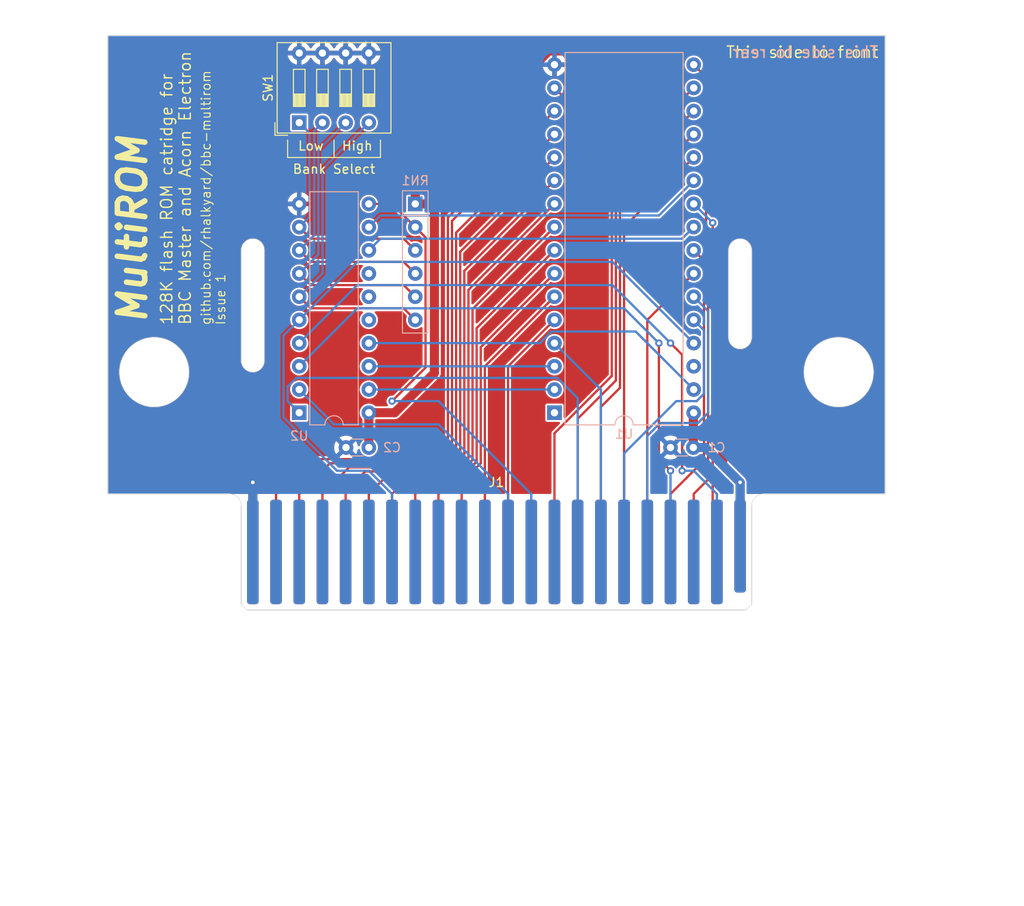
<source format=kicad_pcb>
(kicad_pcb (version 20221018) (generator pcbnew)
  (title_block (title "Cartridge for BBC Master & Acorn Electron") (date "2023-03-18") (rev "${VERSION}"))
  (layers (0 "F.Cu" signal) (31 "B.Cu" signal) (34 "B.Paste" user) (35 "F.Paste" user) (36 "B.SilkS" user "B.Silkscreen") (37 "F.SilkS" user "F.Silkscreen") (38 "B.Mask" user) (39 "F.Mask" user) (44 "Edge.Cuts" user))
  (property "PCBFab_placeholder" "")
  (property "VERSION" "")
  (net 0 "")
  (net 1 "GND")
  (net 2 "VCC")
  (net 3 "/A10")
  (net 4 "/D3")
  (net 5 "/A11")
  (net 6 "/A9")
  (net 7 "/D7")
  (net 8 "/D6")
  (net 9 "/D5")
  (net 10 "/D4")
  (net 11 "/LightPen")
  (net 12 "/BA7")
  (net 13 "/BA6")
  (net 14 "/BA5")
  (net 15 "/BA4")
  (net 16 "/BA3")
  (net 17 "/BA2")
  (net 18 "/BA1")
  (net 19 "/BA0")
  (net 20 "/D0")
  (net 21 "/D2")
  (net 22 "/D1")
  (net 23 "/~{ROMOE}")
  (net 24 "/~{RST}")
  (net 25 "/R~{W}_{E}_CS_{M}")
  (net 26 "/A8")
  (net 27 "/A13")
  (net 28 "/A12")
  (net 29 "/Phi_2")
  (net 30 "/-5V")
  (net 31 "/MADET")
  (net 32 "/R~{W}_{M}")
  (net 33 "/~{NMI}")
  (net 34 "/~{IRQ}")
  (net 35 "/~{inFC}")
  (net 36 "/~{inFD}")
  (net 37 "/ROMQA")
  (net 38 "/Clock")
  (net 39 "/~{CRTCRST}")
  (net 40 "/AudioOut")
  (net 41 "/AudioGnd")
  (net 42 "/AudioIn")
  (net 43 "/~{Hi_A16}")
  (net 44 "/~{Hi_A15}")
  (net 45 "/~{Lo_A16}")
  (net 46 "/~{Lo_A15}")
  (net 48 "/A16")
  (net 49 "/A15")
  (net 50 "/~{CS}")
  (net 51 "/~{OE}")
  (net 53 "/~{PGM}")
  (footprint "Button_Switch_THT:SW_DIP_SPSTx04_Slide_9.78x12.34mm_W7.62mm_P2.54mm" (layer "F.Cu") (at 46.99 35.56 90)
    (fp_text reference "SW1" (at 3.81 -3.42 90) (layer "F.SilkS"))
    (fp_text value "SW_DIP_x04")
    (fp_line (start -1.38 -2.66) (end -1.38 -1.277) (stroke (width 0.12)) (layer "F.SilkS"))
    (fp_line (start -1.38 -2.66) (end 0.004 -2.66) (stroke (width 0.12)) (layer "F.SilkS"))
    (fp_line (start -1.14 -2.42) (end -1.14 10.04) (stroke (width 0.12)) (layer "F.SilkS"))
    (fp_line (start -1.14 -2.42) (end 8.76 -2.42) (stroke (width 0.12)) (layer "F.SilkS"))
    (fp_line (start -1.14 10.04) (end 8.76 10.04) (stroke (width 0.12)) (layer "F.SilkS"))
    (fp_line (start 1.78 -0.635) (end 1.78 0.635) (stroke (width 0.12)) (layer "F.SilkS"))
    (fp_line (start 1.78 -0.515) (end 3.133333 -0.515) (stroke (width 0.12)) (layer "F.SilkS"))
    (fp_line (start 1.78 -0.395) (end 3.133333 -0.395) (stroke (width 0.12)) (layer "F.SilkS"))
    (fp_line (start 1.78 -0.275) (end 3.133333 -0.275) (stroke (width 0.12)) (layer "F.SilkS"))
    (fp_line (start 1.78 -0.155) (end 3.133333 -0.155) (stroke (width 0.12)) (layer "F.SilkS"))
    (fp_line (start 1.78 -0.035) (end 3.133333 -0.035) (stroke (width 0.12)) (layer "F.SilkS"))
    (fp_line (start 1.78 0.085) (end 3.133333 0.085) (stroke (width 0.12)) (layer "F.SilkS"))
    (fp_line (start 1.78 0.205) (end 3.133333 0.205) (stroke (width 0.12)) (layer "F.SilkS"))
    (fp_line (start 1.78 0.325) (end 3.133333 0.325) (stroke (width 0.12)) (layer "F.SilkS"))
    (fp_line (start 1.78 0.445) (end 3.133333 0.445) (stroke (width 0.12)) (layer "F.SilkS"))
    (fp_line (start 1.78 0.565) (end 3.133333 0.565) (stroke (width 0.12)) (layer "F.SilkS"))
    (fp_line (start 1.78 0.635) (end 5.84 0.635) (stroke (width 0.12)) (layer "F.SilkS"))
    (fp_line (start 1.78 1.905) (end 1.78 3.175) (stroke (width 0.12)) (layer "F.SilkS"))
    (fp_line (start 1.78 2.025) (end 3.133333 2.025) (stroke (width 0.12)) (layer "F.SilkS"))
    (fp_line (start 1.78 2.145) (end 3.133333 2.145) (stroke (width 0.12)) (layer "F.SilkS"))
    (fp_line (start 1.78 2.265) (end 3.133333 2.265) (stroke (width 0.12)) (layer "F.SilkS"))
    (fp_line (start 1.78 2.385) (end 3.133333 2.385) (stroke (width 0.12)) (layer "F.SilkS"))
    (fp_line (start 1.78 2.505) (end 3.133333 2.505) (stroke (width 0.12)) (layer "F.SilkS"))
    (fp_line (start 1.78 2.625) (end 3.133333 2.625) (stroke (width 0.12)) (layer "F.SilkS"))
    (fp_line (start 1.78 2.745) (end 3.133333 2.745) (stroke (width 0.12)) (layer "F.SilkS"))
    (fp_line (start 1.78 2.865) (end 3.133333 2.865) (stroke (width 0.12)) (layer "F.SilkS"))
    (fp_line (start 1.78 2.985) (end 3.133333 2.985) (stroke (width 0.12)) (layer "F.SilkS"))
    (fp_line (start 1.78 3.105) (end 3.133333 3.105) (stroke (width 0.12)) (layer "F.SilkS"))
    (fp_line (start 1.78 3.175) (end 5.84 3.175) (stroke (width 0.12)) (layer "F.SilkS"))
    (fp_line (start 1.78 4.445) (end 1.78 5.715) (stroke (width 0.12)) (layer "F.SilkS"))
    (fp_line (start 1.78 4.565) (end 3.133333 4.565) (stroke (width 0.12)) (layer "F.SilkS"))
    (fp_line (start 1.78 4.685) (end 3.133333 4.685) (stroke (width 0.12)) (layer "F.SilkS"))
    (fp_line (start 1.78 4.805) (end 3.133333 4.805) (stroke (width 0.12)) (layer "F.SilkS"))
    (fp_line (start 1.78 4.925) (end 3.133333 4.925) (stroke (width 0.12)) (layer "F.SilkS"))
    (fp_line (start 1.78 5.045) (end 3.133333 5.045) (stroke (width 0.12)) (layer "F.SilkS"))
    (fp_line (start 1.78 5.165) (end 3.133333 5.165) (stroke (width 0.12)) (layer "F.SilkS"))
    (fp_line (start 1.78 5.285) (end 3.133333 5.285) (stroke (width 0.12)) (layer "F.SilkS"))
    (fp_line (start 1.78 5.405) (end 3.133333 5.405) (stroke (width 0.12)) (layer "F.SilkS"))
    (fp_line (start 1.78 5.525) (end 3.133333 5.525) (stroke (width 0.12)) (layer "F.SilkS"))
    (fp_line (start 1.78 5.645) (end 3.133333 5.645) (stroke (width 0.12)) (layer "F.SilkS"))
    (fp_line (start 1.78 5.715) (end 5.84 5.715) (stroke (width 0.12)) (layer "F.SilkS"))
    (fp_line (start 1.78 6.985) (end 1.78 8.255) (stroke (width 0.12)) (layer "F.SilkS"))
    (fp_line (start 1.78 7.105) (end 3.133333 7.105) (stroke (width 0.12)) (layer "F.SilkS"))
    (fp_line (start 1.78 7.225) (end 3.133333 7.225) (stroke (width 0.12)) (layer "F.SilkS"))
    (fp_line (start 1.78 7.345) (end 3.133333 7.345) (stroke (width 0.12)) (layer "F.SilkS"))
    (fp_line (start 1.78 7.465) (end 3.133333 7.465) (stroke (width 0.12)) (layer "F.SilkS"))
    (fp_line (start 1.78 7.585) (end 3.133333 7.585) (stroke (width 0.12)) (layer "F.SilkS"))
    (fp_line (start 1.78 7.705) (end 3.133333 7.705) (stroke (width 0.12)) (layer "F.SilkS"))
    (fp_line (start 1.78 7.825) (end 3.133333 7.825) (stroke (width 0.12)) (layer "F.SilkS"))
    (fp_line (start 1.78 7.945) (end 3.133333 7.945) (stroke (width 0.12)) (layer "F.SilkS"))
    (fp_line (start 1.78 8.065) (end 3.133333 8.065) (stroke (width 0.12)) (layer "F.SilkS"))
    (fp_line (start 1.78 8.185) (end 3.133333 8.185) (stroke (width 0.12)) (layer "F.SilkS"))
    (fp_line (start 1.78 8.255) (end 5.84 8.255) (stroke (width 0.12)) (layer "F.SilkS"))
    (fp_line (start 3.133333 -0.635) (end 3.133333 0.635) (stroke (width 0.12)) (layer "F.SilkS"))
    (fp_line (start 3.133333 1.905) (end 3.133333 3.175) (stroke (width 0.12)) (layer "F.SilkS"))
    (fp_line (start 3.133333 4.445) (end 3.133333 5.715) (stroke (width 0.12)) (layer "F.SilkS"))
    (fp_line (start 3.133333 6.985) (end 3.133333 8.255) (stroke (width 0.12)) (layer "F.SilkS"))
    (fp_line (start 5.84 -0.635) (end 1.78 -0.635) (stroke (width 0.12)) (layer "F.SilkS"))
    (fp_line (start 5.84 0.635) (end 5.84 -0.635) (stroke (width 0.12)) (layer "F.SilkS"))
    (fp_line (start 5.84 1.905) (end 1.78 1.905) (stroke (width 0.12)) (layer "F.SilkS"))
    (fp_line (start 5.84 3.175) (end 5.84 1.905) (stroke (width 0.12)) (layer "F.SilkS"))
    (fp_line (start 5.84 4.445) (end 1.78 4.445) (stroke (width 0.12)) (layer "F.SilkS"))
    (fp_line (start 5.84 5.715) (end 5.84 4.445) (stroke (width 0.12)) (layer "F.SilkS"))
    (fp_line (start 5.84 6.985) (end 1.78 6.985) (stroke (width 0.12)) (layer "F.SilkS"))
    (fp_line (start 5.84 8.255) (end 5.84 6.985) (stroke (width 0.12)) (layer "F.SilkS"))
    (fp_line (start 8.76 -2.42) (end 8.76 10.04) (stroke (width 0.12)) (layer "F.SilkS"))
    (pad "1" thru_hole rect (at 0 0 90) (size 1.6 1.6) (drill 0.8) (layers "*.Cu" "*.Mask") (net 45 "/~{Lo_A16}"))
    (pad "2" thru_hole oval (at 0 2.54 90) (size 1.6 1.6) (drill 0.8) (layers "*.Cu" "*.Mask") (net 46 "/~{Lo_A15}"))
    (pad "3" thru_hole oval (at 0 5.08 90) (size 1.6 1.6) (drill 0.8) (layers "*.Cu" "*.Mask") (net 43 "/~{Hi_A16}"))
    (pad "4" thru_hole oval (at 0 7.62 90) (size 1.6 1.6) (drill 0.8) (layers "*.Cu" "*.Mask") (net 44 "/~{Hi_A15}"))
    (pad "5" thru_hole oval (at 7.62 7.62 90) (size 1.6 1.6) (drill 0.8) (layers "*.Cu" "*.Mask") (net 1 "GND"))
    (pad "6" thru_hole oval (at 7.62 5.08 90) (size 1.6 1.6) (drill 0.8) (layers "*.Cu" "*.Mask") (net 1 "GND"))
    (pad "7" thru_hole oval (at 7.62 2.54 90) (size 1.6 1.6) (drill 0.8) (layers "*.Cu" "*.Mask") (net 1 "GND"))
    (pad "8" thru_hole oval (at 7.62 0 90) (size 1.6 1.6) (drill 0.8) (layers "*.Cu" "*.Mask") (net 1 "GND"))
  )
  (footprint "BBC Master / Acorn Electron Cartridge:bbc-master-acorn-electron-cartridge" (layer "F.Cu") (at 68.58 76.5175)
    (fp_text reference "J1" (at 0 -1.5875) (layer "F.SilkS"))
    (fp_text value "Conn_02x22_Row_Letter_First")
    (pad "a1" connect roundrect (at 26.67 5.3975) (size 1.27 10.16) (layers "B.Cu" "B.Mask") (net 2 "VCC"))
    (pad "a2" connect roundrect (at 24.13 6.0325) (size 1.27 11.43) (layers "B.Cu" "B.Mask") (net 23 "/~{ROMOE}"))
    (pad "a3" connect roundrect (at 21.59 6.0325) (size 1.27 11.43) (layers "B.Cu" "B.Mask") (net 24 "/~{RST}"))
    (pad "a4" connect roundrect (at 19.05 6.0325) (size 1.27 11.43) (layers "B.Cu" "B.Mask") (net 25 "/R~{W}_{E}_CS_{M}"))
    (pad "a5" connect roundrect (at 16.51 6.0325) (size 1.27 11.43) (layers "B.Cu" "B.Mask") (net 26 "/A8"))
    (pad "a6" connect roundrect (at 13.97 6.0325) (size 1.27 11.43) (layers "B.Cu" "B.Mask") (net 27 "/A13"))
    (pad "a7" connect roundrect (at 11.43 6.0325) (size 1.27 11.43) (layers "B.Cu" "B.Mask") (net 28 "/A12"))
    (pad "a8" connect roundrect (at 8.89 6.0325) (size 1.27 11.43) (layers "B.Cu" "B.Mask") (net 29 "/Phi_2"))
    (pad "a9" connect roundrect (at 6.35 6.0325) (size 1.27 11.43) (layers "B.Cu" "B.Mask") (net 30 "/-5V"))
    (pad "a10" connect roundrect (at 3.81 6.0325) (size 1.27 11.43) (layers "B.Cu" "B.Mask") (net 31 "/MADET"))
    (pad "a11" connect roundrect (at 1.27 6.0325) (size 1.27 11.43) (layers "B.Cu" "B.Mask") (net 32 "/R~{W}_{M}"))
    (pad "a12" connect roundrect (at -1.27 6.0325) (size 1.27 11.43) (layers "B.Cu" "B.Mask") (net 33 "/~{NMI}"))
    (pad "a13" connect roundrect (at -3.81 6.0325) (size 1.27 11.43) (layers "B.Cu" "B.Mask") (net 34 "/~{IRQ}"))
    (pad "a14" connect roundrect (at -6.35 6.0325) (size 1.27 11.43) (layers "B.Cu" "B.Mask") (net 35 "/~{inFC}"))
    (pad "a15" connect roundrect (at -8.89 6.0325) (size 1.27 11.43) (layers "B.Cu" "B.Mask") (net 36 "/~{inFD}"))
    (pad "a16" connect roundrect (at -11.43 6.0325) (size 1.27 11.43) (layers "B.Cu" "B.Mask") (net 37 "/ROMQA"))
    (pad "a17" connect roundrect (at -13.97 6.0325) (size 1.27 11.43) (layers "B.Cu" "B.Mask") (net 38 "/Clock"))
    (pad "a18" connect roundrect (at -16.51 6.0325) (size 1.27 11.43) (layers "B.Cu" "B.Mask") (net 39 "/~{CRTCRST}"))
    (pad "a19" connect roundrect (at -19.05 6.0325) (size 1.27 11.43) (layers "B.Cu" "B.Mask") (net 40 "/AudioOut"))
    (pad "a20" connect roundrect (at -21.59 6.0325) (size 1.27 11.43) (layers "B.Cu" "B.Mask") (net 41 "/AudioGnd"))
    (pad "a21" connect roundrect (at -24.13 6.0325) (size 1.27 11.43) (layers "B.Cu" "B.Mask") (net 42 "/AudioIn"))
    (pad "a22" connect roundrect (at -26.67 6.0325) (size 1.27 11.43) (layers "B.Cu" "B.Mask") (net 1 "GND"))
    (pad "b1" connect roundrect (at 26.67 5.3975) (size 1.27 10.16) (layers "F.Cu" "F.Mask") (net 2 "VCC"))
    (pad "b2" connect roundrect (at 24.13 6.0325) (size 1.27 11.43) (layers "F.Cu" "F.Mask") (net 3 "/A10"))
    (pad "b3" connect roundrect (at 21.59 6.0325) (size 1.27 11.43) (layers "F.Cu" "F.Mask") (net 4 "/D3"))
    (pad "b4" connect roundrect (at 19.05 6.0325) (size 1.27 11.43) (layers "F.Cu" "F.Mask") (net 5 "/A11"))
    (pad "b5" connect roundrect (at 16.51 6.0325) (size 1.27 11.43) (layers "F.Cu" "F.Mask") (net 6 "/A9"))
    (pad "b6" connect roundrect (at 13.97 6.0325) (size 1.27 11.43) (layers "F.Cu" "F.Mask") (net 7 "/D7"))
    (pad "b7" connect roundrect (at 11.43 6.0325) (size 1.27 11.43) (layers "F.Cu" "F.Mask") (net 8 "/D6"))
    (pad "b8" connect roundrect (at 8.89 6.0325) (size 1.27 11.43) (layers "F.Cu" "F.Mask") (net 9 "/D5"))
    (pad "b9" connect roundrect (at 6.35 6.0325) (size 1.27 11.43) (layers "F.Cu" "F.Mask") (net 10 "/D4"))
    (pad "b10" connect roundrect (at 3.81 6.0325) (size 1.27 11.43) (layers "F.Cu" "F.Mask") (net 11 "/LightPen"))
    (pad "b11" connect roundrect (at 1.27 6.0325) (size 1.27 11.43) (layers "F.Cu" "F.Mask") (net 12 "/BA7"))
    (pad "b12" connect roundrect (at -1.27 6.0325) (size 1.27 11.43) (layers "F.Cu" "F.Mask") (net 13 "/BA6"))
    (pad "b13" connect roundrect (at -3.81 6.0325) (size 1.27 11.43) (layers "F.Cu" "F.Mask") (net 14 "/BA5"))
    (pad "b14" connect roundrect (at -6.35 6.0325) (size 1.27 11.43) (layers "F.Cu" "F.Mask") (net 15 "/BA4"))
    (pad "b15" connect roundrect (at -8.89 6.0325) (size 1.27 11.43) (layers "F.Cu" "F.Mask") (net 16 "/BA3"))
    (pad "b16" connect roundrect (at -11.43 6.0325) (size 1.27 11.43) (layers "F.Cu" "F.Mask") (net 17 "/BA2"))
    (pad "b17" connect roundrect (at -13.97 6.0325) (size 1.27 11.43) (layers "F.Cu" "F.Mask") (net 18 "/BA1"))
    (pad "b18" connect roundrect (at -16.51 6.0325) (size 1.27 11.43) (layers "F.Cu" "F.Mask") (net 19 "/BA0"))
    (pad "b19" connect roundrect (at -19.05 6.0325) (size 1.27 11.43) (layers "F.Cu" "F.Mask") (net 20 "/D0"))
    (pad "b20" connect roundrect (at -21.59 6.0325) (size 1.27 11.43) (layers "F.Cu" "F.Mask") (net 21 "/D2"))
    (pad "b21" connect roundrect (at -24.13 6.0325) (size 1.27 11.43) (layers "F.Cu" "F.Mask") (net 22 "/D1"))
    (pad "b22" connect roundrect (at -26.67 6.0325) (size 1.27 11.43) (layers "F.Cu" "F.Mask") (net 1 "GND"))
  )
  (footprint "Capacitor_THT:C_Disc_D3.0mm_W1.6mm_P2.50mm" (layer "B.Cu") (at 54.61 71.12 180)
    (fp_text reference "C2" (at -2.54 0) (layer "B.SilkS") (effects (justify mirror)))
    (fp_text value "0.1uF")
    (fp_line (start 0.621 -0.92) (end 1.879 -0.92) (stroke (width 0.12)) (layer "B.SilkS"))
    (fp_line (start 0.621 0.92) (end 1.879 0.92) (stroke (width 0.12)) (layer "B.SilkS"))
    (pad "1" thru_hole circle (at 0 0 180) (size 1.6 1.6) (drill 0.8) (layers "*.Cu" "*.Mask") (net 2 "VCC"))
    (pad "2" thru_hole circle (at 2.5 0 180) (size 1.6 1.6) (drill 0.8) (layers "*.Cu" "*.Mask") (net 1 "GND"))
  )
  (footprint "Package_DIP:DIP-20_W7.62mm" (layer "B.Cu") (at 46.99 67.31)
    (fp_text reference "U2" (at 0 2.54) (layer "B.SilkS") (effects (justify mirror)))
    (fp_text value "GAL16V8")
    (fp_line (start 1.16 -24.19) (end 6.46 -24.19) (stroke (width 0.12)) (layer "B.SilkS"))
    (fp_line (start 1.16 1.33) (end 1.16 -24.19) (stroke (width 0.12)) (layer "B.SilkS"))
    (fp_line (start 2.81 1.33) (end 1.16 1.33) (stroke (width 0.12)) (layer "B.SilkS"))
    (fp_line (start 6.46 -24.19) (end 6.46 1.33) (stroke (width 0.12)) (layer "B.SilkS"))
    (fp_line (start 6.46 1.33) (end 4.81 1.33) (stroke (width 0.12)) (layer "B.SilkS"))
    (fp_arc (start 2.81 1.33) (mid 3.81 0.33) (end 4.81 1.33) (stroke (width 0.12)) (layer "B.SilkS"))
    (pad "1" thru_hole rect (at 0 0) (size 1.6 1.6) (drill 0.8) (layers "*.Cu" "*.Mask") (net 29 "/Phi_2"))
    (pad "2" thru_hole oval (at 0 -2.54) (size 1.6 1.6) (drill 0.8) (layers "*.Cu" "*.Mask") (net 32 "/R~{W}_{M}"))
    (pad "3" thru_hole oval (at 0 -5.08) (size 1.6 1.6) (drill 0.8) (layers "*.Cu" "*.Mask") (net 25 "/R~{W}_{E}_CS_{M}"))
    (pad "4" thru_hole oval (at 0 -7.62) (size 1.6 1.6) (drill 0.8) (layers "*.Cu" "*.Mask") (net 23 "/~{ROMOE}"))
    (pad "5" thru_hole oval (at 0 -10.16) (size 1.6 1.6) (drill 0.8) (layers "*.Cu" "*.Mask") (net 37 "/ROMQA"))
    (pad "6" thru_hole oval (at 0 -12.7) (size 1.6 1.6) (drill 0.8) (layers "*.Cu" "*.Mask") (net 44 "/~{Hi_A15}"))
    (pad "7" thru_hole oval (at 0 -15.24) (size 1.6 1.6) (drill 0.8) (layers "*.Cu" "*.Mask") (net 43 "/~{Hi_A16}"))
    (pad "8" thru_hole oval (at 0 -17.78) (size 1.6 1.6) (drill 0.8) (layers "*.Cu" "*.Mask") (net 46 "/~{Lo_A15}"))
    (pad "9" thru_hole oval (at 0 -20.32) (size 1.6 1.6) (drill 0.8) (layers "*.Cu" "*.Mask") (net 45 "/~{Lo_A16}"))
    (pad "10" thru_hole oval (at 0 -22.86) (size 1.6 1.6) (drill 0.8) (layers "*.Cu" "*.Mask") (net 1 "GND"))
    (pad "11" thru_hole oval (at 7.62 -22.86) (size 1.6 1.6) (drill 0.8) (layers "*.Cu" "*.Mask") (net 31 "/MADET"))
    (pad "12" thru_hole oval (at 7.62 -20.32) (size 1.6 1.6) (drill 0.8) (layers "*.Cu" "*.Mask") (net 50 "/~{CS}"))
    (pad "13" thru_hole oval (at 7.62 -17.78) (size 1.6 1.6) (drill 0.8) (layers "*.Cu" "*.Mask") (net 51 "/~{OE}"))
    (pad "14" thru_hole oval (at 7.62 -15.24) (size 1.6 1.6) (drill 0.8) (layers "*.Cu" "*.Mask"))
    (pad "15" thru_hole oval (at 7.62 -12.7) (size 1.6 1.6) (drill 0.8) (layers "*.Cu" "*.Mask"))
    (pad "16" thru_hole oval (at 7.62 -10.16) (size 1.6 1.6) (drill 0.8) (layers "*.Cu" "*.Mask"))
    (pad "17" thru_hole oval (at 7.62 -7.62) (size 1.6 1.6) (drill 0.8) (layers "*.Cu" "*.Mask") (net 53 "/~{PGM}"))
    (pad "18" thru_hole oval (at 7.62 -5.08) (size 1.6 1.6) (drill 0.8) (layers "*.Cu" "*.Mask") (net 49 "/A15"))
    (pad "19" thru_hole oval (at 7.62 -2.54) (size 1.6 1.6) (drill 0.8) (layers "*.Cu" "*.Mask") (net 48 "/A16"))
    (pad "20" thru_hole oval (at 7.62 0) (size 1.6 1.6) (drill 0.8) (layers "*.Cu" "*.Mask") (net 2 "VCC"))
  )
  (footprint "Resistor_THT:R_Array_SIP6" (layer "B.Cu") (at 59.69 44.45 -90)
    (fp_text reference "RN1" (at -2.54 0 -180) (layer "B.SilkS") (effects (justify mirror)))
    (fp_text value "10K" hide)
    (fp_line (start -1.44 -1.4) (end 14.14 -1.4) (stroke (width 0.12)) (layer "B.SilkS"))
    (fp_line (start -1.44 1.4) (end -1.44 -1.4) (stroke (width 0.12)) (layer "B.SilkS"))
    (fp_line (start 1.27 1.4) (end 1.27 -1.4) (stroke (width 0.12)) (layer "B.SilkS"))
    (fp_line (start 14.14 -1.4) (end 14.14 1.4) (stroke (width 0.12)) (layer "B.SilkS"))
    (fp_line (start 14.14 1.4) (end -1.44 1.4) (stroke (width 0.12)) (layer "B.SilkS"))
    (pad "1" thru_hole rect (at 0 0 270) (size 1.6 1.6) (drill 0.8) (layers "*.Cu" "*.Mask") (net 2 "VCC"))
    (pad "2" thru_hole oval (at 2.54 0 270) (size 1.6 1.6) (drill 0.8) (layers "*.Cu" "*.Mask") (net 31 "/MADET"))
    (pad "3" thru_hole oval (at 5.08 0 270) (size 1.6 1.6) (drill 0.8) (layers "*.Cu" "*.Mask") (net 45 "/~{Lo_A16}"))
    (pad "4" thru_hole oval (at 7.62 0 270) (size 1.6 1.6) (drill 0.8) (layers "*.Cu" "*.Mask") (net 46 "/~{Lo_A15}"))
    (pad "5" thru_hole oval (at 10.16 0 270) (size 1.6 1.6) (drill 0.8) (layers "*.Cu" "*.Mask") (net 43 "/~{Hi_A16}"))
    (pad "6" thru_hole oval (at 12.7 0 270) (size 1.6 1.6) (drill 0.8) (layers "*.Cu" "*.Mask") (net 44 "/~{Hi_A15}"))
  )
  (footprint "Package_DIP:DIP-32_W15.24mm" (layer "B.Cu") (at 74.93 67.31)
    (fp_text reference "U1" (at 7.62 2.33 180) (layer "B.SilkS") (effects (justify mirror)))
    (fp_text value "SST39SF010")
    (fp_line (start 1.16 -39.43) (end 14.08 -39.43) (stroke (width 0.12)) (layer "B.SilkS"))
    (fp_line (start 1.16 1.33) (end 1.16 -39.43) (stroke (width 0.12)) (layer "B.SilkS"))
    (fp_line (start 6.62 1.33) (end 1.16 1.33) (stroke (width 0.12)) (layer "B.SilkS"))
    (fp_line (start 14.08 -39.43) (end 14.08 1.33) (stroke (width 0.12)) (layer "B.SilkS"))
    (fp_line (start 14.08 1.33) (end 8.62 1.33) (stroke (width 0.12)) (layer "B.SilkS"))
    (fp_arc (start 6.62 1.33) (mid 7.62 0.33) (end 8.62 1.33) (stroke (width 0.12)) (layer "B.SilkS"))
    (pad "1" thru_hole rect (at 0 0) (size 1.6 1.6) (drill 0.8) (layers "*.Cu" "*.Mask"))
    (pad "2" thru_hole oval (at 0 -2.54) (size 1.6 1.6) (drill 0.8) (layers "*.Cu" "*.Mask") (net 48 "/A16"))
    (pad "3" thru_hole oval (at 0 -5.08) (size 1.6 1.6) (drill 0.8) (layers "*.Cu" "*.Mask") (net 49 "/A15"))
    (pad "4" thru_hole oval (at 0 -7.62) (size 1.6 1.6) (drill 0.8) (layers "*.Cu" "*.Mask") (net 28 "/A12"))
    (pad "5" thru_hole oval (at 0 -10.16) (size 1.6 1.6) (drill 0.8) (layers "*.Cu" "*.Mask") (net 12 "/BA7"))
    (pad "6" thru_hole oval (at 0 -12.7) (size 1.6 1.6) (drill 0.8) (layers "*.Cu" "*.Mask") (net 13 "/BA6"))
    (pad "7" thru_hole oval (at 0 -15.24) (size 1.6 1.6) (drill 0.8) (layers "*.Cu" "*.Mask") (net 14 "/BA5"))
    (pad "8" thru_hole oval (at 0 -17.78) (size 1.6 1.6) (drill 0.8) (layers "*.Cu" "*.Mask") (net 15 "/BA4"))
    (pad "9" thru_hole oval (at 0 -20.32) (size 1.6 1.6) (drill 0.8) (layers "*.Cu" "*.Mask") (net 16 "/BA3"))
    (pad "10" thru_hole oval (at 0 -22.86) (size 1.6 1.6) (drill 0.8) (layers "*.Cu" "*.Mask") (net 17 "/BA2"))
    (pad "11" thru_hole oval (at 0 -25.4) (size 1.6 1.6) (drill 0.8) (layers "*.Cu" "*.Mask") (net 18 "/BA1"))
    (pad "12" thru_hole oval (at 0 -27.94) (size 1.6 1.6) (drill 0.8) (layers "*.Cu" "*.Mask") (net 19 "/BA0"))
    (pad "13" thru_hole oval (at 0 -30.48) (size 1.6 1.6) (drill 0.8) (layers "*.Cu" "*.Mask") (net 20 "/D0"))
    (pad "14" thru_hole oval (at 0 -33.02) (size 1.6 1.6) (drill 0.8) (layers "*.Cu" "*.Mask") (net 22 "/D1"))
    (pad "15" thru_hole oval (at 0 -35.56) (size 1.6 1.6) (drill 0.8) (layers "*.Cu" "*.Mask") (net 21 "/D2"))
    (pad "16" thru_hole oval (at 0 -38.1) (size 1.6 1.6) (drill 0.8) (layers "*.Cu" "*.Mask") (net 1 "GND"))
    (pad "17" thru_hole oval (at 15.24 -38.1) (size 1.6 1.6) (drill 0.8) (layers "*.Cu" "*.Mask") (net 4 "/D3"))
    (pad "18" thru_hole oval (at 15.24 -35.56) (size 1.6 1.6) (drill 0.8) (layers "*.Cu" "*.Mask") (net 10 "/D4"))
    (pad "19" thru_hole oval (at 15.24 -33.02) (size 1.6 1.6) (drill 0.8) (layers "*.Cu" "*.Mask") (net 9 "/D5"))
    (pad "20" thru_hole oval (at 15.24 -30.48) (size 1.6 1.6) (drill 0.8) (layers "*.Cu" "*.Mask") (net 8 "/D6"))
    (pad "21" thru_hole oval (at 15.24 -27.94) (size 1.6 1.6) (drill 0.8) (layers "*.Cu" "*.Mask") (net 7 "/D7"))
    (pad "22" thru_hole oval (at 15.24 -25.4) (size 1.6 1.6) (drill 0.8) (layers "*.Cu" "*.Mask") (net 50 "/~{CS}"))
    (pad "23" thru_hole oval (at 15.24 -22.86) (size 1.6 1.6) (drill 0.8) (layers "*.Cu" "*.Mask") (net 3 "/A10"))
    (pad "24" thru_hole oval (at 15.24 -20.32) (size 1.6 1.6) (drill 0.8) (layers "*.Cu" "*.Mask") (net 51 "/~{OE}"))
    (pad "25" thru_hole oval (at 15.24 -17.78) (size 1.6 1.6) (drill 0.8) (layers "*.Cu" "*.Mask") (net 5 "/A11"))
    (pad "26" thru_hole oval (at 15.24 -15.24) (size 1.6 1.6) (drill 0.8) (layers "*.Cu" "*.Mask") (net 6 "/A9"))
    (pad "27" thru_hole oval (at 15.24 -12.7) (size 1.6 1.6) (drill 0.8) (layers "*.Cu" "*.Mask") (net 26 "/A8"))
    (pad "28" thru_hole oval (at 15.24 -10.16) (size 1.6 1.6) (drill 0.8) (layers "*.Cu" "*.Mask") (net 27 "/A13"))
    (pad "29" thru_hole oval (at 15.24 -7.62) (size 1.6 1.6) (drill 0.8) (layers "*.Cu" "*.Mask") (net 37 "/ROMQA"))
    (pad "30" thru_hole oval (at 15.24 -5.08) (size 1.6 1.6) (drill 0.8) (layers "*.Cu" "*.Mask"))
    (pad "31" thru_hole oval (at 15.24 -2.54) (size 1.6 1.6) (drill 0.8) (layers "*.Cu" "*.Mask") (net 53 "/~{PGM}"))
    (pad "32" thru_hole oval (at 15.24 0) (size 1.6 1.6) (drill 0.8) (layers "*.Cu" "*.Mask") (net 2 "VCC"))
  )
  (footprint "Capacitor_THT:C_Disc_D3.0mm_W1.6mm_P2.50mm" (layer "B.Cu") (at 90.13 71.12 180)
    (fp_text reference "C1" (at -2.54 0) (layer "B.SilkS") (effects (justify mirror)))
    (fp_text value "0.1uF")
    (fp_line (start 0.621 -0.92) (end 1.879 -0.92) (stroke (width 0.12)) (layer "B.SilkS"))
    (fp_line (start 0.621 0.92) (end 1.879 0.92) (stroke (width 0.12)) (layer "B.SilkS"))
    (pad "1" thru_hole circle (at 0 0 180) (size 1.6 1.6) (drill 0.8) (layers "*.Cu" "*.Mask") (net 2 "VCC"))
    (pad "2" thru_hole circle (at 2.5 0 180) (size 1.6 1.6) (drill 0.8) (layers "*.Cu" "*.Mask") (net 1 "GND"))
  )
  (gr_line (start 45.72 39.37) (end 55.88 39.37) (stroke (width 0.12)) (layer "F.SilkS"))
  (gr_line (start 55.88 39.37) (end 55.88 37.465) (stroke (width 0.12)) (layer "F.SilkS"))
  (gr_line (start 45.72 37.465) (end 45.72 39.37) (stroke (width 0.12)) (layer "F.SilkS"))
  (gr_line (start 50.8 39.37) (end 50.8 37.465) (stroke (width 0.12)) (layer "F.SilkS"))
  (gr_line (start 43.18 49.53) (end 43.18 61.595) (stroke (width 0.05)) (layer "Edge.Cuts"))
  (gr_line (start 95.885 88.9) (end 96.52 88.265) (stroke (width 0.05)) (layer "Edge.Cuts"))
  (gr_line (start 40.64 88.265) (end 40.64 77.47) (stroke (width 0.1)) (layer "Edge.Cuts"))
  (gr_arc (start 93.98 49.53) (mid 95.25 48.26) (end 96.52 49.53) (stroke (width 0.05)) (layer "Edge.Cuts"))
  (gr_line (start 93.98 59.055) (end 93.98 49.53) (stroke (width 0.05)) (layer "Edge.Cuts"))
  (gr_line (start 40.64 61.595) (end 40.64 49.53) (stroke (width 0.05)) (layer "Edge.Cuts"))
  (gr_arc (start 43.18 61.595) (mid 41.91 62.865) (end 40.64 61.595) (stroke (width 0.05)) (layer "Edge.Cuts"))
  (gr_line (start 95.885 88.9) (end 41.275 88.9) (stroke (width 0.1)) (layer "Edge.Cuts"))
  (gr_line (start 40.64 88.265) (end 41.275 88.9) (stroke (width 0.05)) (layer "Edge.Cuts"))
  (gr_line (start 39.37 76.2) (end 26.035 76.2) (stroke (width 0.1)) (layer "Edge.Cuts"))
  (gr_circle (center 31.115 62.865) (end 34.925 62.865) (stroke (width 0.05)) (fill none) (layer "Edge.Cuts"))
  (gr_circle (center 106.045 62.865) (end 102.235 62.865) (stroke (width 0.05)) (fill none) (layer "Edge.Cuts"))
  (gr_arc (start 96.52 59.055) (mid 95.25 60.325) (end 93.98 59.055) (stroke (width 0.05)) (layer "Edge.Cuts"))
  (gr_line (start 26.035 26.035) (end 111.125 26.035) (stroke (width 0.1)) (layer "Edge.Cuts"))
  (gr_arc (start 96.52 77.47) (mid 96.891974 76.571974) (end 97.79 76.2) (stroke (width 0.05)) (layer "Edge.Cuts"))
  (gr_arc (start 40.64 49.53) (mid 41.91 48.26) (end 43.18 49.53) (stroke (width 0.05)) (layer "Edge.Cuts"))
  (gr_line (start 96.52 59.055) (end 96.52 49.53) (stroke (width 0.05)) (layer "Edge.Cuts"))
  (gr_line (start 26.035 76.2) (end 26.035 26.035) (stroke (width 0.1)) (layer "Edge.Cuts"))
  (gr_arc (start 39.37 76.2) (mid 40.268026 76.571974) (end 40.64 77.47) (stroke (width 0.05)) (layer "Edge.Cuts"))
  (gr_line (start 111.125 26.035) (end 111.125 76.2) (stroke (width 0.1)) (layer "Edge.Cuts"))
  (gr_line (start 96.52 77.47) (end 96.52 88.265) (stroke (width 0.1)) (layer "Edge.Cuts"))
  (gr_line (start 111.125 76.2) (end 97.79 76.2) (stroke (width 0.1)) (layer "Edge.Cuts"))
  (gr_text "${PCBFab_placeholder}" (at 81.788 54.864 270) (layer "B.SilkS") (effects (font (size 1 1)) (justify left bottom mirror)))
  (gr_text "This side to rear" (at 110.49 28.575) (layer "B.SilkS") (effects (font (size 1.25 1.25) (thickness 0.1875)) (justify left bottom mirror)))
  (gr_text "High" (at 53.34 38.1) (layer "F.SilkS") (effects (font (size 1 1))))
  (gr_text "Bank Select" (at 50.8 40.64) (layer "F.SilkS") (effects (font (size 1 1))))
  (gr_text "MultiROM" (at 30.48 57.785 90) (layer "F.SilkS") (effects (font (size 3 3) (thickness 0.6) bold italic) (justify left bottom)))
  (gr_text "github.com/rhalkyard/bbc-multirom\nIssue 1" (at 36.195 57.785 90) (layer "F.SilkS") (effects (font (size 1 1) (thickness 0.125)) (justify left top)))
  (gr_text "This side to front" (at 110.49 28.575) (layer "F.SilkS") (effects (font (size 1.25 1.25) (thickness 0.15625)) (justify right bottom)))
  (gr_text "Low" (at 48.26 38.1) (layer "F.SilkS") (effects (font (size 1 1))))
  (gr_text "128K flash ROM catridge for\nBBC Master and Acorn Electron" (at 31.75 57.785 90) (layer "F.SilkS") (effects (font (size 1.25 1.25) (thickness 0.15625)) (justify left top)))
  (segment (start 41.91 74.93) (end 41.91 82.55) (width 1) (layer "F.Cu") (net 1))
  (via (at 41.91 74.93) (size 0.8) (drill 0.4) (layers "F.Cu" "B.Cu") (net 1))
  (segment (start 41.91 82.55) (end 41.91 74.93) (width 1) (layer "B.Cu") (net 1))
  (segment (start 57.435635 67.31) (end 54.61 67.31) (width 1) (layer "F.Cu") (net 2))
  (segment (start 90.13 71.12) (end 90.13 67.35) (width 1) (layer "F.Cu") (net 2))
  (segment (start 74.308679 27.71) (end 90.791321 27.71) (width 1) (layer "F.Cu") (net 2))
  (segment (start 95.25 74.93) (end 95.25 81.915) (width 1) (layer "F.Cu") (net 2))
  (segment (start 93.345 73.025) (end 95.25 74.93) (width 1) (layer "F.Cu") (net 2))
  (segment (start 61.49 44.45) (end 61.785 44.745) (width 1) (layer "F.Cu") (net 2))
  (segment (start 90.791321 27.71) (end 93.345 30.263679) (width 1) (layer "F.Cu") (net 2))
  (segment (start 54.61 67.31) (end 54.61 71.12) (width 1) (layer "F.Cu") (net 2))
  (segment (start 61.785 62.960635) (end 57.435635 67.31) (width 1) (layer "F.Cu") (net 2))
  (segment (start 93.345 30.263679) (end 93.345 73.025) (width 1) (layer "F.Cu") (net 2))
  (segment (start 59.69 44.45) (end 61.49 44.45) (width 1) (layer "F.Cu") (net 2))
  (segment (start 59.69 42.328679) (end 74.308679 27.71) (width 1) (layer "F.Cu") (net 2))
  (segment (start 61.785 44.745) (end 61.785 62.960635) (width 1) (layer "F.Cu") (net 2))
  (segment (start 59.69 44.45) (end 59.69 42.328679) (width 1) (layer "F.Cu") (net 2))
  (via (at 95.25 74.93) (size 0.8) (drill 0.4) (layers "F.Cu" "B.Cu") (net 2))
  (segment (start 95.25 74.93) (end 91.44 71.12) (width 1) (layer "B.Cu") (net 2))
  (segment (start 95.25 81.915) (end 95.25 74.93) (width 1) (layer "B.Cu") (net 2))
  (segment (start 91.44 71.12) (end 90.13 71.12) (width 1) (layer "B.Cu") (net 2))
  (segment (start 92.71 82.55) (end 92.2455 82.0855) (width 0.25) (layer "F.Cu") (net 3))
  (segment (start 92.2455 82.0855) (end 92.2455 46.525498) (width 0.25) (layer "F.Cu") (net 3))
  (via (at 92.2455 46.525498) (size 0.8) (drill 0.4) (layers "F.Cu" "B.Cu") (net 3))
  (segment (start 90.17 44.45) (end 92.2455 46.525498) (width 0.25) (layer "B.Cu") (net 3))
  (segment (start 91.744501 74.625499) (end 91.744501 47.513599) (width 0.25) (layer "F.Cu") (net 4))
  (segment (start 90.17 76.2) (end 91.744501 74.625499) (width 0.25) (layer "F.Cu") (net 4))
  (segment (start 91.521 30.561) (end 90.17 29.21) (width 0.25) (layer "F.Cu") (net 4))
  (segment (start 91.521 47.290098) (end 91.521 30.561) (width 0.25) (layer "F.Cu") (net 4))
  (segment (start 91.744501 47.513599) (end 91.521 47.290098) (width 0.25) (layer "F.Cu") (net 4))
  (segment (start 90.17 82.55) (end 90.17 76.2) (width 0.25) (layer "F.Cu") (net 4))
  (segment (start 91.295 72.535) (end 91.295 50.655) (width 0.25) (layer "F.Cu") (net 5))
  (segment (start 87.63 76.2) (end 91.295 72.535) (width 0.25) (layer "F.Cu") (net 5))
  (segment (start 91.295 50.655) (end 90.17 49.53) (width 0.25) (layer "F.Cu") (net 5))
  (segment (start 87.63 82.55) (end 87.63 76.2) (width 0.25) (layer "F.Cu") (net 5))
  (segment (start 85.09 82.55) (end 85.09 57.15) (width 0.25) (layer "F.Cu") (net 6))
  (segment (start 85.09 57.15) (end 90.17 52.07) (width 0.25) (layer "F.Cu") (net 6))
  (segment (start 82.55 82.55) (end 82.55 46.99) (width 0.25) (layer "F.Cu") (net 7))
  (segment (start 82.55 46.99) (end 90.17 39.37) (width 0.25) (layer "F.Cu") (net 7))
  (segment (start 82.100499 44.899501) (end 90.17 36.83) (width 0.25) (layer "F.Cu") (net 8))
  (segment (start 80.01 82.55) (end 80.01 66.67431) (width 0.25) (layer "F.Cu") (net 8))
  (segment (start 80.01 66.67431) (end 82.100499 64.583811) (width 0.25) (layer "F.Cu") (net 8))
  (segment (start 82.100499 64.583811) (end 82.100499 44.899501) (width 0.25) (layer "F.Cu") (net 8))
  (segment (start 81.650998 42.809002) (end 90.17 34.29) (width 0.25) (layer "F.Cu") (net 9))
  (segment (start 77.47 82.55) (end 77.47 67.969009) (width 0.25) (layer "F.Cu") (net 9))
  (segment (start 81.650998 63.788011) (end 81.650998 42.809002) (width 0.25) (layer "F.Cu") (net 9))
  (segment (start 77.47 67.969009) (end 81.650998 63.788011) (width 0.25) (layer "F.Cu") (net 9))
  (segment (start 81.201497 40.718503) (end 90.17 31.75) (width 0.25) (layer "F.Cu") (net 10))
  (segment (start 81.201497 63.288503) (end 81.201497 40.718503) (width 0.25) (layer "F.Cu") (net 10))
  (segment (start 74.93 82.55) (end 74.93 69.56) (width 0.25) (layer "F.Cu") (net 10))
  (segment (start 74.93 69.56) (end 81.201497 63.288503) (width 0.25) (layer "F.Cu") (net 10))
  (segment (start 69.85 82.55) (end 69.85 62.23) (width 0.25) (layer "F.Cu") (net 12))
  (segment (start 69.85 62.23) (end 74.93 57.15) (width 0.25) (layer "F.Cu") (net 12))
  (segment (start 67.31 82.55) (end 67.31 62.23) (width 0.25) (layer "F.Cu") (net 13))
  (segment (start 67.31 62.23) (end 74.93 54.61) (width 0.25) (layer "F.Cu") (net 13))
  (segment (start 66.860499 60.139501) (end 74.93 52.07) (width 0.25) (layer "F.Cu") (net 14))
  (segment (start 66.860499 72.845021) (end 66.860499 60.139501) (width 0.25) (layer "F.Cu") (net 14))
  (segment (start 64.77 82.55) (end 64.77 74.93552) (width 0.25) (layer "F.Cu") (net 14))
  (segment (start 64.77 74.93552) (end 66.860499 72.845021) (width 0.25) (layer "F.Cu") (net 14))
  (segment (start 66.410998 72.658832) (end 66.410998 58.049002) (width 0.25) (layer "F.Cu") (net 15))
  (segment (start 62.23 82.55) (end 62.23 76.2) (width 0.25) (layer "F.Cu") (net 15))
  (segment (start 66.410998 58.049002) (end 74.93 49.53) (width 0.25) (layer "F.Cu") (net 15))
  (segment (start 62.23 76.2) (end 62.893493 75.536507) (width 0.25) (layer "F.Cu") (net 15))
  (segment (start 62.893493 75.536507) (end 63.533323 75.536507) (width 0.25) (layer "F.Cu") (net 15))
  (segment (start 63.533323 75.536507) (end 66.410998 72.658832) (width 0.25) (layer "F.Cu") (net 15))
  (segment (start 59.69 76.2) (end 60.802994 75.087006) (width 0.25) (layer "F.Cu") (net 16))
  (segment (start 65.961497 72.472643) (end 65.961497 55.958503) (width 0.25) (layer "F.Cu") (net 16))
  (segment (start 60.802994 75.087006) (end 63.347134 75.087006) (width 0.25) (layer "F.Cu") (net 16))
  (segment (start 59.69 82.55) (end 59.69 76.2) (width 0.25) (layer "F.Cu") (net 16))
  (segment (start 63.347134 75.087006) (end 65.961497 72.472643) (width 0.25) (layer "F.Cu") (net 16))
  (segment (start 65.961497 55.958503) (end 74.93 46.99) (width 0.25) (layer "F.Cu") (net 16))
  (segment (start 57.15 82.55) (end 57.15 76.2) (width 0.25) (layer "F.Cu") (net 17))
  (segment (start 65.511996 53.868004) (end 74.93 44.45) (width 0.25) (layer "F.Cu") (net 17))
  (segment (start 63.160945 74.637505) (end 65.511996 72.286454) (width 0.25) (layer "F.Cu") (net 17))
  (segment (start 58.712495 74.637505) (end 63.160945 74.637505) (width 0.25) (layer "F.Cu") (net 17))
  (segment (start 57.15 76.2) (end 58.712495 74.637505) (width 0.25) (layer "F.Cu") (net 17))
  (segment (start 65.511996 72.286454) (end 65.511996 53.868004) (width 0.25) (layer "F.Cu") (net 17))
  (segment (start 54.61 76.20276) (end 56.624756 74.188004) (width 0.25) (layer "F.Cu") (net 18))
  (segment (start 65.062495 72.100265) (end 65.062495 51.777505) (width 0.25) (layer "F.Cu") (net 18))
  (segment (start 62.974756 74.188004) (end 65.062495 72.100265) (width 0.25) (layer "F.Cu") (net 18))
  (segment (start 56.624756 74.188004) (end 62.974756 74.188004) (width 0.25) (layer "F.Cu") (net 18))
  (segment (start 54.61 82.55) (end 54.61 76.20276) (width 0.25) (layer "F.Cu") (net 18))
  (segment (start 65.062495 51.777505) (end 74.93 41.91) (width 0.25) (layer "F.Cu") (net 18))
  (segment (start 64.612994 71.914076) (end 64.612994 49.687006) (width 0.25) (layer "F.Cu") (net 19))
  (segment (start 52.07 82.55) (end 52.07 75.883535) (width 0.25) (layer "F.Cu") (net 19))
  (segment (start 54.215032 73.738503) (end 62.788567 73.738503) (width 0.25) (layer "F.Cu") (net 19))
  (segment (start 52.07 75.883535) (end 54.215032 73.738503) (width 0.25) (layer "F.Cu") (net 19))
  (segment (start 64.612994 49.687006) (end 74.93 39.37) (width 0.25) (layer "F.Cu") (net 19))
  (segment (start 62.788567 73.738503) (end 64.612994 71.914076) (width 0.25) (layer "F.Cu") (net 19))
  (segment (start 62.602378 73.289002) (end 64.163493 71.727887) (width 0.25) (layer "F.Cu") (net 20))
  (segment (start 64.163493 71.727887) (end 64.163493 47.596507) (width 0.25) (layer "F.Cu") (net 20))
  (segment (start 64.163493 47.596507) (end 74.93 36.83) (width 0.25) (layer "F.Cu") (net 20))
  (segment (start 49.53 82.55) (end 49.53 76.2) (width 0.25) (layer "F.Cu") (net 20))
  (segment (start 49.53 76.2) (end 52.440998 73.289002) (width 0.25) (layer "F.Cu") (net 20))
  (segment (start 52.440998 73.289002) (end 62.602378 73.289002) (width 0.25) (layer "F.Cu") (net 20))
  (segment (start 76.2 34.610991) (end 76.2 33.02) (width 0.25) (layer "F.Cu") (net 21))
  (segment (start 62.416189 72.839501) (end 63.713992 71.541698) (width 0.25) (layer "F.Cu") (net 21))
  (segment (start 46.99 76.2) (end 50.350499 72.839501) (width 0.25) (layer "F.Cu") (net 21))
  (segment (start 46.99 82.55) (end 46.99 76.2) (width 0.25) (layer "F.Cu") (net 21))
  (segment (start 63.713992 71.541698) (end 63.713992 46.310017) (width 0.25) (layer "F.Cu") (net 21))
  (segment (start 74.464009 35.56) (end 75.250991 35.56) (width 0.25) (layer "F.Cu") (net 21))
  (segment (start 50.350499 72.839501) (end 62.416189 72.839501) (width 0.25) (layer "F.Cu") (net 21))
  (segment (start 75.250991 35.56) (end 76.2 34.610991) (width 0.25) (layer "F.Cu") (net 21))
  (segment (start 63.713992 46.310017) (end 74.464009 35.56) (width 0.25) (layer "F.Cu") (net 21))
  (segment (start 76.2 33.02) (end 74.93 31.75) (width 0.25) (layer "F.Cu") (net 21))
  (segment (start 48.26 72.39) (end 62.23 72.39) (width 0.25) (layer "F.Cu") (net 22))
  (segment (start 44.45 76.2) (end 48.26 72.39) (width 0.25) (layer "F.Cu") (net 22))
  (segment (start 63.264491 45.955509) (end 74.93 34.29) (width 0.25) (layer "F.Cu") (net 22))
  (segment (start 44.45 82.55) (end 44.45 76.2) (width 0.25) (layer "F.Cu") (net 22))
  (segment (start 62.23 72.39) (end 63.264491 71.355509) (width 0.25) (layer "F.Cu") (net 22))
  (segment (start 63.264491 71.355509) (end 63.264491 45.955509) (width 0.25) (layer "F.Cu") (net 22))
  (segment (start 88.9 60.959996) (end 87.630002 59.689998) (width 0.25) (layer "F.Cu") (net 23))
  (segment (start 88.9 73.66) (end 88.9 60.959996) (width 0.25) (layer "F.Cu") (net 23))
  (via (at 87.630002 59.689998) (size 0.8) (drill 0.4) (layers "F.Cu" "B.Cu") (net 23))
  (via (at 88.9 73.66) (size 0.8) (drill 0.4) (layers "F.Cu" "B.Cu") (net 23))
  (segment (start 90.17 73.66) (end 88.9 73.66) (width 0.25) (layer "B.Cu") (net 23))
  (segment (start 81.280003 53.34) (end 87.630002 59.689998) (width 0.25) (layer "B.Cu") (net 23))
  (segment (start 92.71 82.55) (end 92.71 76.2) (width 0.25) (layer "B.Cu") (net 23))
  (segment (start 92.71 76.2) (end 90.17 73.66) (width 0.25) (layer "B.Cu") (net 23))
  (segment (start 53.34 53.34) (end 81.280003 53.34) (width 0.25) (layer "B.Cu") (net 23))
  (segment (start 46.99 59.69) (end 53.34 53.34) (width 0.25) (layer "B.Cu") (net 23))
  (segment (start 86.36 59.69) (end 86.36 72.39) (width 0.25) (layer "F.Cu") (net 25))
  (segment (start 86.36 72.39) (end 87.630001 73.660001) (width 0.25) (layer "F.Cu") (net 25))
  (via (at 87.630001 73.660001) (size 0.8) (drill 0.4) (layers "F.Cu" "B.Cu") (net 25))
  (via (at 86.36 59.69) (size 0.8) (drill 0.4) (layers "F.Cu" "B.Cu") (net 25))
  (segment (start 53.34 55.88) (end 82.55 55.88) (width 0.25) (layer "B.Cu") (net 25))
  (segment (start 82.55 55.88) (end 86.36 59.69) (width 0.25) (layer "B.Cu") (net 25))
  (segment (start 46.99 62.23) (end 53.34 55.88) (width 0.25) (layer "B.Cu") (net 25))
  (segment (start 87.63 73.660002) (end 87.630001 73.660001) (width 0.25) (layer "B.Cu") (net 25))
  (segment (start 87.63 82.55) (end 87.63 73.660002) (width 0.25) (layer "B.Cu") (net 25))
  (segment (start 90.635991 68.435) (end 86.505 68.435) (width 0.25) (layer "B.Cu") (net 26))
  (segment (start 90.17 54.61) (end 91.744501 56.184501) (width 0.25) (layer "B.Cu") (net 26))
  (segment (start 91.744501 56.184501) (end 91.744501 67.32649) (width 0.25) (layer "B.Cu") (net 26))
  (segment (start 85.09 69.85) (end 85.09 82.55) (width 0.25) (layer "B.Cu") (net 26))
  (segment (start 91.744501 67.32649) (end 90.635991 68.435) (width 0.25) (layer "B.Cu") (net 26))
  (segment (start 86.505 68.435) (end 85.09 69.85) (width 0.25) (layer "B.Cu") (net 26))
  (segment (start 91.295 58.275) (end 90.17 57.15) (width 0.25) (layer "B.Cu") (net 27))
  (segment (start 88.26431 66.04) (end 90.490991 66.04) (width 0.25) (layer "B.Cu") (net 27))
  (segment (start 82.55 82.55) (end 82.55 71.75431) (width 0.25) (layer "B.Cu") (net 27))
  (segment (start 91.295 65.235991) (end 91.295 58.275) (width 0.25) (layer "B.Cu") (net 27))
  (segment (start 90.490991 66.04) (end 91.295 65.235991) (width 0.25) (layer "B.Cu") (net 27))
  (segment (start 82.55 71.75431) (end 88.26431 66.04) (width 0.25) (layer "B.Cu") (net 27))
  (segment (start 80.01 64.77) (end 74.93 59.69) (width 0.25) (layer "B.Cu") (net 28))
  (segment (start 80.01 82.55) (end 80.01 64.77) (width 0.25) (layer "B.Cu") (net 28))
  (segment (start 75.250991 63.5) (end 46.669009 63.5) (width 0.25) (layer "B.Cu") (net 29))
  (segment (start 77.47 82.55) (end 77.47 65.719009) (width 0.25) (layer "B.Cu") (net 29))
  (segment (start 45.72 64.449009) (end 45.72 66.04) (width 0.25) (layer "B.Cu") (net 29))
  (segment (start 46.669009 63.5) (end 45.72 64.449009) (width 0.25) (layer "B.Cu") (net 29))
  (segment (start 77.47 65.719009) (end 75.250991 63.5) (width 0.25) (layer "B.Cu") (net 29))
  (segment (start 45.72 66.04) (end 46.99 67.31) (width 0.25) (layer "B.Cu") (net 29))
  (segment (start 57.15 44.45) (end 59.69 46.99) (width 0.25) (layer "F.Cu") (net 31))
  (segment (start 60.815 62.375) (end 60.815 48.115) (width 0.25) (layer "F.Cu") (net 31))
  (segment (start 60.815 48.115) (end 59.69 46.99) (width 0.25) (layer "F.Cu") (net 31))
  (segment (start 54.61 44.45) (end 57.15 44.45) (width 0.25) (layer "F.Cu") (net 31))
  (segment (start 57.15 66.04) (end 60.815 62.375) (width 0.25) (layer "F.Cu") (net 31))
  (via (at 57.15 66.04) (size 0.8) (drill 0.4) (layers "F.Cu" "B.Cu") (net 31))
  (segment (start 72.39 76.2) (end 62.23 66.04) (width 0.25) (layer "B.Cu") (net 31))
  (segment (start 72.39 82.55) (end 72.39 76.2) (width 0.25) (layer "B.Cu") (net 31))
  (segment (start 62.23 66.04) (end 57.15 66.04) (width 0.25) (layer "B.Cu") (net 31))
  (segment (start 69.85 76.2) (end 62.23 68.58) (width 0.25) (layer "B.Cu") (net 32))
  (segment (start 62.23 68.58) (end 50.8 68.58) (width 0.25) (layer "B.Cu") (net 32))
  (segment (start 50.8 68.58) (end 46.99 64.77) (width 0.25) (layer "B.Cu") (net 32))
  (segment (start 69.85 82.55) (end 69.85 76.2) (width 0.25) (layer "B.Cu") (net 32))
  (segment (start 57.15 76.2) (end 57.15 82.55) (width 0.25) (layer "B.Cu") (net 37))
  (segment (start 45.270499 67.809508) (end 51.120991 73.66) (width 0.25) (layer "B.Cu") (net 37))
  (segment (start 45.270499 58.869501) (end 45.270499 67.809508) (width 0.25) (layer "B.Cu") (net 37))
  (segment (start 53.34 50.8) (end 46.99 57.15) (width 0.25) (layer "B.Cu") (net 37))
  (segment (start 54.61 73.66) (end 57.15 76.2) (width 0.25) (layer "B.Cu") (net 37))
  (segment (start 81.28 50.8) (end 53.34 50.8) (width 0.25) (layer "B.Cu") (net 37))
  (segment (start 51.120991 73.66) (end 54.61 73.66) (width 0.25) (layer "B.Cu") (net 37))
  (segment (start 90.17 59.69) (end 81.28 50.8) (width 0.25) (layer "B.Cu") (net 37))
  (segment (start 46.99 57.15) (end 45.270499 58.869501) (width 0.25) (layer "B.Cu") (net 37))
  (segment (start 58.42 53.34) (end 48.26 53.34) (width 0.25) (layer "F.Cu") (net 43))
  (segment (start 48.26 53.34) (end 46.99 52.07) (width 0.25) (layer "F.Cu") (net 43))
  (segment (start 59.69 54.61) (end 58.42 53.34) (width 0.25) (layer "F.Cu") (net 43))
  (segment (start 52.07 35.56) (end 49.080998 38.549002) (width 0.25) (layer "B.Cu") (net 43))
  (segment (start 49.080998 49.979002) (end 46.99 52.07) (width 0.25) (layer "B.Cu") (net 43))
  (segment (start 49.080998 38.549002) (end 49.080998 49.979002) (width 0.25) (layer "B.Cu") (net 43))
  (segment (start 48.26 55.88) (end 46.99 54.61) (width 0.25) (layer "F.Cu") (net 44))
  (segment (start 58.42 55.88) (end 48.26 55.88) (width 0.25) (layer "F.Cu") (net 44))
  (segment (start 59.69 57.15) (end 58.42 55.88) (width 0.25) (layer "F.Cu") (net 44))
  (segment (start 49.530499 52.069501) (end 46.99 54.61) (width 0.25) (layer "B.Cu") (net 44))
  (segment (start 49.530499 40.639501) (end 49.530499 52.069501) (width 0.25) (layer "B.Cu") (net 44))
  (segment (start 54.61 35.56) (end 49.530499 40.639501) (width 0.25) (layer "B.Cu") (net 44))
  (segment (start 59.69 49.53) (end 58.42 48.26) (width 0.25) (layer "F.Cu") (net 45))
  (segment (start 48.26 48.26) (end 46.99 46.99) (width 0.25) (layer "F.Cu") (net 45))
  (segment (start 58.42 48.26) (end 48.26 48.26) (width 0.25) (layer "F.Cu") (net 45))
  (segment (start 46.99 35.56) (end 48.115 36.685) (width 0.25) (layer "B.Cu") (net 45))
  (segment (start 48.115 45.865) (end 46.99 46.99) (width 0.25) (layer "B.Cu") (net 45))
  (segment (start 48.115 36.685) (end 48.115 45.865) (width 0.25) (layer "B.Cu") (net 45))
  (segment (start 58.42 50.8) (end 48.26 50.8) (width 0.25) (layer "F.Cu") (net 46))
  (segment (start 48.26 50.8) (end 46.99 49.53) (width 0.25) (layer "F.Cu") (net 46))
  (segment (start 59.69 52.07) (end 58.42 50.8) (width 0.25) (layer "F.Cu") (net 46))
  (segment (start 48.631497 47.888503) (end 46.99 49.53) (width 0.25) (layer "B.Cu") (net 46))
  (segment (start 49.53 35.56) (end 48.631497 36.458503) (width 0.25) (layer "B.Cu") (net 46))
  (segment (start 48.631497 36.458503) (end 48.631497 47.888503) (width 0.25) (layer "B.Cu") (net 46))
  (segment (start 54.61 64.77) (end 74.93 64.77) (width 0.25) (layer "B.Cu") (net 48))
  (segment (start 74.93 62.23) (end 54.61 62.23) (width 0.25) (layer "B.Cu") (net 49))
  (segment (start 86.36 45.72) (end 55.88 45.72) (width 0.25) (layer "B.Cu") (net 50))
  (segment (start 55.88 45.72) (end 54.61 46.99) (width 0.25) (layer "B.Cu") (net 50))
  (segment (start 90.17 41.91) (end 86.36 45.72) (width 0.25) (layer "B.Cu") (net 50))
  (segment (start 88.9 48.26) (end 55.88 48.26) (width 0.25) (layer "B.Cu") (net 51))
  (segment (start 55.88 48.26) (end 54.61 49.53) (width 0.25) (layer "B.Cu") (net 51))
  (segment (start 90.17 46.99) (end 88.9 48.26) (width 0.25) (layer "B.Cu") (net 51))
  (segment (start 73.339009 59.69) (end 74.609009 58.42) (width 0.25) (layer "B.Cu") (net 53))
  (segment (start 54.61 59.69) (end 73.339009 59.69) (width 0.25) (layer "B.Cu") (net 53))
  (segment (start 74.609009 58.42) (end 83.82 58.42) (width 0.25) (layer "B.Cu") (net 53))
  (segment (start 83.82 58.42) (end 90.17 64.77) (width 0.25) (layer "B.Cu") (net 53))
  (zone (net 1) (net_name "GND") (layers "F&B.Cu") (connect_pads (clearance 0)) (min_thickness 0.25) (fill yes (thermal_gap 0.5) (thermal_bridge_width 0.5))
    (polygon (pts (xy 26.035 26.035) (xy 26.035 76.2) (xy 111.125 76.2) (xy 111.125 26.035)))
  )
)
</source>
